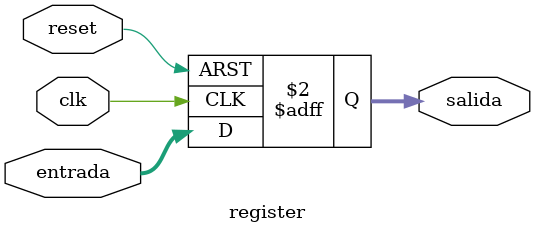
<source format=sv>
module register #(parameter N = 3) (input logic clk,
												input logic reset,
												input logic [N-1:0] entrada,
												output logic [N-1:0] salida );
												
always_ff @(posedge clk, posedge reset)

if (reset) salida <= '0;

else salida <= entrada;
 
endmodule 
</source>
